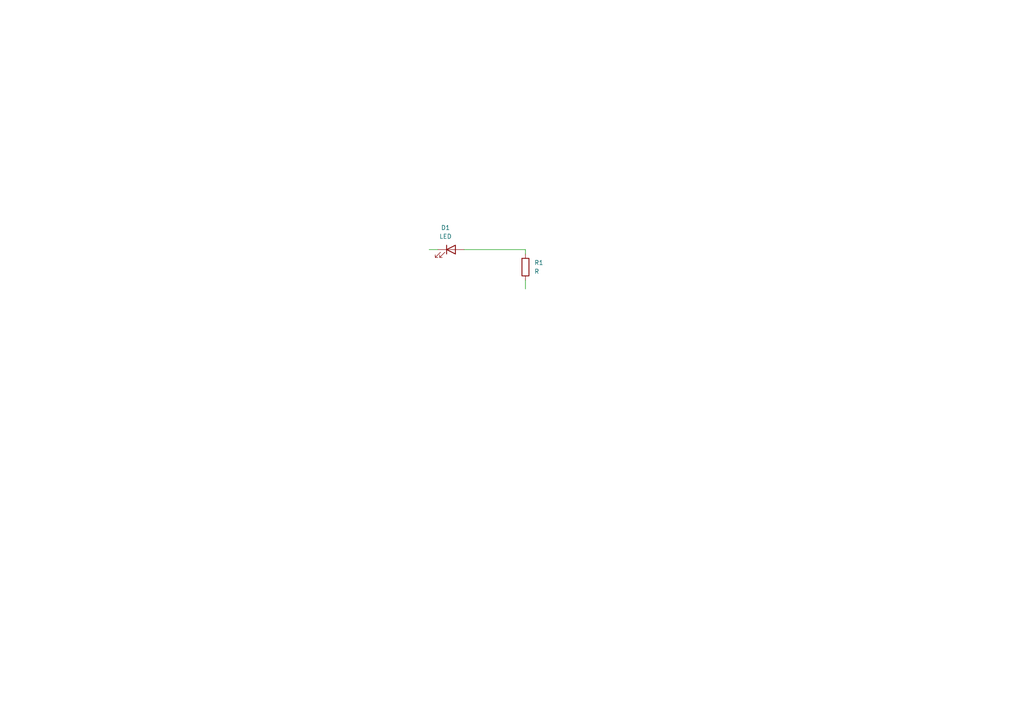
<source format=kicad_sch>
(kicad_sch (version 20231120) (generator "eeschema") (generator_version "8.0")
  (paper "A4")
  (lib_symbols
    (symbol "Device:LED" (pin_numbers hide) (pin_names (offset 1.016) hide)
      (property "Reference" "D" (at 0 2.54 0))
      (property "Value" "LED" (at 0 -2.54 0))
      (symbol "LED_0_1"
        (polyline (pts (xy -1.27 -1.27) (xy -1.27 1.27)) (stroke (width 0.254)))
        (polyline (pts (xy -1.27 0) (xy 1.27 0)))
        (polyline (pts (xy 1.27 -1.27) (xy 1.27 1.27) (xy -1.27 0) (xy 1.27 -1.27)) (stroke (width 0.254)))
        (polyline (pts (xy -3.048 -0.762) (xy -4.572 -2.286) (xy -3.81 -2.286) (xy -4.572 -2.286) (xy -4.572 -1.524)))
        (polyline (pts (xy -1.778 -0.762) (xy -3.302 -2.286) (xy -2.54 -2.286) (xy -3.302 -2.286) (xy -3.302 -1.524)))
      )
      (symbol "LED_1_1"
        (pin passive line (at -3.81 0 0) (length 2.54) (name "K") (number "1"))
        (pin passive line (at 3.81 0 180) (length 2.54) (name "A") (number "2"))
      )
    )
    (symbol "Device:R" (pin_numbers hide) (pin_names (offset 0))
      (property "Reference" "R" (at 2.032 0 90))
      (property "Value" "R" (at 0 0 90))
      (symbol "R_0_1"
        (rectangle (start -1.016 -2.54) (end 1.016 2.54) (stroke (width 0.254)))
      )
      (symbol "R_1_1"
        (pin passive line (at 0 3.81 270) (length 1.27) (name "~") (number "1"))
        (pin passive line (at 0 -3.81 90) (length 1.27) (name "~") (number "2"))
      )
    )
  )
  (wire (pts (xy 152.4 81.28) (xy 152.4 83.82)))
  (wire (pts (xy 124.46 72.39) (xy 127 72.39)))
  (wire (pts (xy 134.62 72.39) (xy 152.4 72.39)))
  (wire (pts (xy 152.4 72.39) (xy 152.4 73.66)))
  (symbol (lib_id "Device:R") (at 152.4 77.47 0) (unit 1)
    (property "Reference" "R1" (at 154.94 76.1999 0) (effects (justify left)))
    (property "Value" "R" (at 154.94 78.7399 0) (effects (justify left)))
    (property "Description" "Resistor" (effects (hide yes)))
  )
  (symbol (lib_id "Device:LED") (at 130.81 72.39 0) (unit 1)
    (property "Reference" "D1" (at 129.2225 66.04 0))
    (property "Value" "LED" (at 129.2225 68.58 0))
    (property "Description" "Light emitting diode" (effects (hide yes)))
  )
)
</source>
